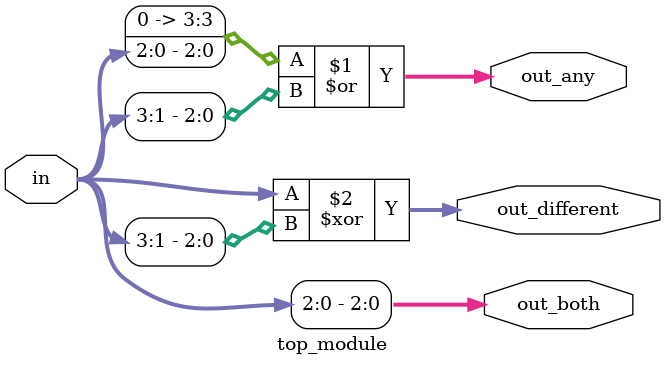
<source format=sv>
module top_module (
    input [3:0] in,
    output [2:0] out_both,
    output [3:0] out_any,
    output [3:0] out_different
);

assign out_both = in[2:0];
assign out_any = {1'b0, in[2:0]} | in[3:1];
assign out_different = in ^ in[3:1];

endmodule

</source>
